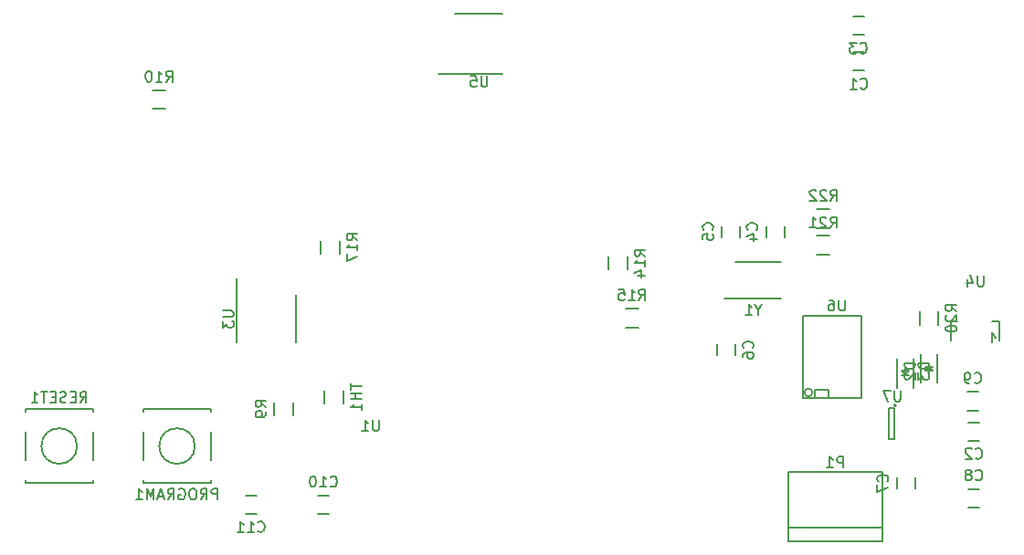
<source format=gbr>
G04 #@! TF.FileFunction,Legend,Bot*
%FSLAX46Y46*%
G04 Gerber Fmt 4.6, Leading zero omitted, Abs format (unit mm)*
G04 Created by KiCad (PCBNEW 4.0.2+e4-6225~38~ubuntu15.10.1-stable) date Tue 11 Oct 2016 16:58:14 SAST*
%MOMM*%
G01*
G04 APERTURE LIST*
%ADD10C,0.100000*%
%ADD11C,0.150000*%
G04 APERTURE END LIST*
D10*
D11*
X139800000Y-115900000D02*
X139800000Y-118600000D01*
X138300000Y-115900000D02*
X138300000Y-118600000D01*
X139200000Y-117400000D02*
X138950000Y-117400000D01*
X138950000Y-117400000D02*
X139100000Y-117250000D01*
X138700000Y-117150000D02*
X139400000Y-117150000D01*
X139050000Y-117500000D02*
X139050000Y-117850000D01*
X139050000Y-117150000D02*
X138700000Y-117500000D01*
X138700000Y-117500000D02*
X139400000Y-117500000D01*
X139400000Y-117500000D02*
X139050000Y-117150000D01*
X133037200Y-89648400D02*
X132037200Y-89648400D01*
X132037200Y-87948400D02*
X133037200Y-87948400D01*
X143700000Y-123950000D02*
X142700000Y-123950000D01*
X142700000Y-122250000D02*
X143700000Y-122250000D01*
X132986400Y-86346400D02*
X131986400Y-86346400D01*
X131986400Y-84646400D02*
X132986400Y-84646400D01*
X134700900Y-133267460D02*
X126000900Y-133267460D01*
X134700900Y-126862460D02*
X126000900Y-126862460D01*
X126000900Y-126862460D02*
X126000900Y-133267460D01*
X126000900Y-132037460D02*
X134700900Y-132037460D01*
X134700900Y-133267460D02*
X134700900Y-126862460D01*
X80123000Y-121605600D02*
X80123000Y-120405600D01*
X78373000Y-120405600D02*
X78373000Y-121605600D01*
X67091000Y-93204000D02*
X68291000Y-93204000D01*
X68291000Y-91454000D02*
X67091000Y-91454000D01*
X109310200Y-106892800D02*
X109310200Y-108092800D01*
X111060200Y-108092800D02*
X111060200Y-106892800D01*
X110906000Y-113447800D02*
X112106000Y-113447800D01*
X112106000Y-111697800D02*
X110906000Y-111697800D01*
X82640200Y-105419600D02*
X82640200Y-106619600D01*
X84390200Y-106619600D02*
X84390200Y-105419600D01*
X82995800Y-119338800D02*
X82995800Y-120538800D01*
X84745800Y-120538800D02*
X84745800Y-119338800D01*
X145199920Y-114400660D02*
X144951000Y-114100940D01*
X144951000Y-114100940D02*
X144849400Y-113951080D01*
X144849400Y-113951080D02*
X144849400Y-114799440D01*
X145550440Y-112899520D02*
X145550440Y-114700380D01*
X145550440Y-112899520D02*
X144900200Y-112899520D01*
X141049560Y-112899520D02*
X141049560Y-114700380D01*
X141049560Y-112899520D02*
X141699800Y-112899520D01*
X80398200Y-110474400D02*
X80398200Y-114874400D01*
X74873200Y-108899400D02*
X74873200Y-114874400D01*
X95132800Y-84397000D02*
X99532800Y-84397000D01*
X93557800Y-89922000D02*
X99532800Y-89922000D01*
X66192000Y-127660000D02*
X66192000Y-127910000D01*
X66192000Y-127910000D02*
X72492000Y-127910000D01*
X72492000Y-127910000D02*
X72492000Y-127660000D01*
X66192000Y-123160000D02*
X66192000Y-125760000D01*
X72492000Y-121260000D02*
X72492000Y-121010000D01*
X72492000Y-121010000D02*
X66192000Y-121010000D01*
X66192000Y-121010000D02*
X66192000Y-121260000D01*
X72492000Y-125760000D02*
X72492000Y-123160000D01*
X70992000Y-124460000D02*
G75*
G03X70992000Y-124460000I-1650000J0D01*
G01*
X61570000Y-121260000D02*
X61570000Y-121010000D01*
X61570000Y-121010000D02*
X55270000Y-121010000D01*
X55270000Y-121010000D02*
X55270000Y-121260000D01*
X61570000Y-125760000D02*
X61570000Y-123160000D01*
X55270000Y-127660000D02*
X55270000Y-127910000D01*
X55270000Y-127910000D02*
X61570000Y-127910000D01*
X61570000Y-127910000D02*
X61570000Y-127660000D01*
X55270000Y-123160000D02*
X55270000Y-125760000D01*
X60070000Y-124460000D02*
G75*
G03X60070000Y-124460000I-1650000J0D01*
G01*
X119850800Y-105071800D02*
X119850800Y-104071800D01*
X121550800Y-104071800D02*
X121550800Y-105071800D01*
X121068200Y-115044600D02*
X121068200Y-116044600D01*
X119368200Y-116044600D02*
X119368200Y-115044600D01*
X136050000Y-128400000D02*
X136050000Y-127400000D01*
X137750000Y-127400000D02*
X137750000Y-128400000D01*
X132816600Y-112395000D02*
X132816600Y-120015000D01*
X127355600Y-120015000D02*
X127355600Y-112395000D01*
X132816600Y-112395000D02*
X127355600Y-112395000D01*
X127355600Y-120015000D02*
X132816600Y-120015000D01*
X128222810Y-119507000D02*
G75*
G03X128222810Y-119507000I-359210J0D01*
G01*
X129768600Y-120015000D02*
X129768600Y-119253000D01*
X129768600Y-119253000D02*
X128498600Y-119253000D01*
X128498600Y-119253000D02*
X128498600Y-120015000D01*
X125358200Y-107367600D02*
X121058200Y-107367600D01*
X120108200Y-110767600D02*
X125358200Y-110767600D01*
X123940200Y-105071800D02*
X123940200Y-104071800D01*
X125640200Y-104071800D02*
X125640200Y-105071800D01*
X142700000Y-128450000D02*
X143700000Y-128450000D01*
X143700000Y-130150000D02*
X142700000Y-130150000D01*
X142600000Y-119450000D02*
X143600000Y-119450000D01*
X143600000Y-121150000D02*
X142600000Y-121150000D01*
X138175000Y-112000000D02*
X138175000Y-113200000D01*
X139925000Y-113200000D02*
X139925000Y-112000000D01*
X128650000Y-106725000D02*
X129850000Y-106725000D01*
X129850000Y-104975000D02*
X128650000Y-104975000D01*
X136000000Y-120700000D02*
G75*
G03X136000000Y-120700000I-100000J0D01*
G01*
X135350000Y-120950000D02*
X135850000Y-120950000D01*
X135350000Y-123850000D02*
X135350000Y-120950000D01*
X135850000Y-123850000D02*
X135350000Y-123850000D01*
X135850000Y-120950000D02*
X135850000Y-123850000D01*
X82400000Y-129050000D02*
X83400000Y-129050000D01*
X83400000Y-130750000D02*
X82400000Y-130750000D01*
X76700000Y-130750000D02*
X75700000Y-130750000D01*
X75700000Y-129050000D02*
X76700000Y-129050000D01*
X136100000Y-119100000D02*
X136100000Y-116400000D01*
X137600000Y-119100000D02*
X137600000Y-116400000D01*
X136700000Y-117600000D02*
X136950000Y-117600000D01*
X136950000Y-117600000D02*
X136800000Y-117750000D01*
X137200000Y-117850000D02*
X136500000Y-117850000D01*
X136850000Y-117500000D02*
X136850000Y-117150000D01*
X136850000Y-117850000D02*
X137200000Y-117500000D01*
X137200000Y-117500000D02*
X136500000Y-117500000D01*
X136500000Y-117500000D02*
X136850000Y-117850000D01*
X128650000Y-104225000D02*
X129850000Y-104225000D01*
X129850000Y-102475000D02*
X128650000Y-102475000D01*
X137752381Y-116761905D02*
X136752381Y-116761905D01*
X136752381Y-117000000D01*
X136800000Y-117142858D01*
X136895238Y-117238096D01*
X136990476Y-117285715D01*
X137180952Y-117333334D01*
X137323810Y-117333334D01*
X137514286Y-117285715D01*
X137609524Y-117238096D01*
X137704762Y-117142858D01*
X137752381Y-117000000D01*
X137752381Y-116761905D01*
X136847619Y-117714286D02*
X136800000Y-117761905D01*
X136752381Y-117857143D01*
X136752381Y-118095239D01*
X136800000Y-118190477D01*
X136847619Y-118238096D01*
X136942857Y-118285715D01*
X137038095Y-118285715D01*
X137180952Y-118238096D01*
X137752381Y-117666667D01*
X137752381Y-118285715D01*
X132703866Y-91255543D02*
X132751485Y-91303162D01*
X132894342Y-91350781D01*
X132989580Y-91350781D01*
X133132438Y-91303162D01*
X133227676Y-91207924D01*
X133275295Y-91112686D01*
X133322914Y-90922210D01*
X133322914Y-90779352D01*
X133275295Y-90588876D01*
X133227676Y-90493638D01*
X133132438Y-90398400D01*
X132989580Y-90350781D01*
X132894342Y-90350781D01*
X132751485Y-90398400D01*
X132703866Y-90446019D01*
X131751485Y-91350781D02*
X132322914Y-91350781D01*
X132037200Y-91350781D02*
X132037200Y-90350781D01*
X132132438Y-90493638D01*
X132227676Y-90588876D01*
X132322914Y-90636495D01*
X143366666Y-125557143D02*
X143414285Y-125604762D01*
X143557142Y-125652381D01*
X143652380Y-125652381D01*
X143795238Y-125604762D01*
X143890476Y-125509524D01*
X143938095Y-125414286D01*
X143985714Y-125223810D01*
X143985714Y-125080952D01*
X143938095Y-124890476D01*
X143890476Y-124795238D01*
X143795238Y-124700000D01*
X143652380Y-124652381D01*
X143557142Y-124652381D01*
X143414285Y-124700000D01*
X143366666Y-124747619D01*
X142985714Y-124747619D02*
X142938095Y-124700000D01*
X142842857Y-124652381D01*
X142604761Y-124652381D01*
X142509523Y-124700000D01*
X142461904Y-124747619D01*
X142414285Y-124842857D01*
X142414285Y-124938095D01*
X142461904Y-125080952D01*
X143033333Y-125652381D01*
X142414285Y-125652381D01*
X132653066Y-87953543D02*
X132700685Y-88001162D01*
X132843542Y-88048781D01*
X132938780Y-88048781D01*
X133081638Y-88001162D01*
X133176876Y-87905924D01*
X133224495Y-87810686D01*
X133272114Y-87620210D01*
X133272114Y-87477352D01*
X133224495Y-87286876D01*
X133176876Y-87191638D01*
X133081638Y-87096400D01*
X132938780Y-87048781D01*
X132843542Y-87048781D01*
X132700685Y-87096400D01*
X132653066Y-87144019D01*
X132319733Y-87048781D02*
X131700685Y-87048781D01*
X132034019Y-87429733D01*
X131891161Y-87429733D01*
X131795923Y-87477352D01*
X131748304Y-87524971D01*
X131700685Y-87620210D01*
X131700685Y-87858305D01*
X131748304Y-87953543D01*
X131795923Y-88001162D01*
X131891161Y-88048781D01*
X132176876Y-88048781D01*
X132272114Y-88001162D01*
X132319733Y-87953543D01*
X131088095Y-126452381D02*
X131088095Y-125452381D01*
X130707142Y-125452381D01*
X130611904Y-125500000D01*
X130564285Y-125547619D01*
X130516666Y-125642857D01*
X130516666Y-125785714D01*
X130564285Y-125880952D01*
X130611904Y-125928571D01*
X130707142Y-125976190D01*
X131088095Y-125976190D01*
X129564285Y-126452381D02*
X130135714Y-126452381D01*
X129850000Y-126452381D02*
X129850000Y-125452381D01*
X129945238Y-125595238D01*
X130040476Y-125690476D01*
X130135714Y-125738095D01*
X77600381Y-120838934D02*
X77124190Y-120505600D01*
X77600381Y-120267505D02*
X76600381Y-120267505D01*
X76600381Y-120648458D01*
X76648000Y-120743696D01*
X76695619Y-120791315D01*
X76790857Y-120838934D01*
X76933714Y-120838934D01*
X77028952Y-120791315D01*
X77076571Y-120743696D01*
X77124190Y-120648458D01*
X77124190Y-120267505D01*
X77600381Y-121315124D02*
X77600381Y-121505600D01*
X77552762Y-121600839D01*
X77505143Y-121648458D01*
X77362286Y-121743696D01*
X77171810Y-121791315D01*
X76790857Y-121791315D01*
X76695619Y-121743696D01*
X76648000Y-121696077D01*
X76600381Y-121600839D01*
X76600381Y-121410362D01*
X76648000Y-121315124D01*
X76695619Y-121267505D01*
X76790857Y-121219886D01*
X77028952Y-121219886D01*
X77124190Y-121267505D01*
X77171810Y-121315124D01*
X77219429Y-121410362D01*
X77219429Y-121600839D01*
X77171810Y-121696077D01*
X77124190Y-121743696D01*
X77028952Y-121791315D01*
X68333857Y-90681381D02*
X68667191Y-90205190D01*
X68905286Y-90681381D02*
X68905286Y-89681381D01*
X68524333Y-89681381D01*
X68429095Y-89729000D01*
X68381476Y-89776619D01*
X68333857Y-89871857D01*
X68333857Y-90014714D01*
X68381476Y-90109952D01*
X68429095Y-90157571D01*
X68524333Y-90205190D01*
X68905286Y-90205190D01*
X67381476Y-90681381D02*
X67952905Y-90681381D01*
X67667191Y-90681381D02*
X67667191Y-89681381D01*
X67762429Y-89824238D01*
X67857667Y-89919476D01*
X67952905Y-89967095D01*
X66762429Y-89681381D02*
X66667190Y-89681381D01*
X66571952Y-89729000D01*
X66524333Y-89776619D01*
X66476714Y-89871857D01*
X66429095Y-90062333D01*
X66429095Y-90300429D01*
X66476714Y-90490905D01*
X66524333Y-90586143D01*
X66571952Y-90633762D01*
X66667190Y-90681381D01*
X66762429Y-90681381D01*
X66857667Y-90633762D01*
X66905286Y-90586143D01*
X66952905Y-90490905D01*
X67000524Y-90300429D01*
X67000524Y-90062333D01*
X66952905Y-89871857D01*
X66905286Y-89776619D01*
X66857667Y-89729000D01*
X66762429Y-89681381D01*
X112737581Y-106849943D02*
X112261390Y-106516609D01*
X112737581Y-106278514D02*
X111737581Y-106278514D01*
X111737581Y-106659467D01*
X111785200Y-106754705D01*
X111832819Y-106802324D01*
X111928057Y-106849943D01*
X112070914Y-106849943D01*
X112166152Y-106802324D01*
X112213771Y-106754705D01*
X112261390Y-106659467D01*
X112261390Y-106278514D01*
X112737581Y-107802324D02*
X112737581Y-107230895D01*
X112737581Y-107516609D02*
X111737581Y-107516609D01*
X111880438Y-107421371D01*
X111975676Y-107326133D01*
X112023295Y-107230895D01*
X112070914Y-108659467D02*
X112737581Y-108659467D01*
X111689962Y-108421371D02*
X112404248Y-108183276D01*
X112404248Y-108802324D01*
X112148857Y-110925181D02*
X112482191Y-110448990D01*
X112720286Y-110925181D02*
X112720286Y-109925181D01*
X112339333Y-109925181D01*
X112244095Y-109972800D01*
X112196476Y-110020419D01*
X112148857Y-110115657D01*
X112148857Y-110258514D01*
X112196476Y-110353752D01*
X112244095Y-110401371D01*
X112339333Y-110448990D01*
X112720286Y-110448990D01*
X111196476Y-110925181D02*
X111767905Y-110925181D01*
X111482191Y-110925181D02*
X111482191Y-109925181D01*
X111577429Y-110068038D01*
X111672667Y-110163276D01*
X111767905Y-110210895D01*
X110291714Y-109925181D02*
X110767905Y-109925181D01*
X110815524Y-110401371D01*
X110767905Y-110353752D01*
X110672667Y-110306133D01*
X110434571Y-110306133D01*
X110339333Y-110353752D01*
X110291714Y-110401371D01*
X110244095Y-110496610D01*
X110244095Y-110734705D01*
X110291714Y-110829943D01*
X110339333Y-110877562D01*
X110434571Y-110925181D01*
X110672667Y-110925181D01*
X110767905Y-110877562D01*
X110815524Y-110829943D01*
X86067581Y-105376743D02*
X85591390Y-105043409D01*
X86067581Y-104805314D02*
X85067581Y-104805314D01*
X85067581Y-105186267D01*
X85115200Y-105281505D01*
X85162819Y-105329124D01*
X85258057Y-105376743D01*
X85400914Y-105376743D01*
X85496152Y-105329124D01*
X85543771Y-105281505D01*
X85591390Y-105186267D01*
X85591390Y-104805314D01*
X86067581Y-106329124D02*
X86067581Y-105757695D01*
X86067581Y-106043409D02*
X85067581Y-106043409D01*
X85210438Y-105948171D01*
X85305676Y-105852933D01*
X85353295Y-105757695D01*
X85067581Y-106662457D02*
X85067581Y-107329124D01*
X86067581Y-106900552D01*
X85423181Y-118653086D02*
X85423181Y-119224515D01*
X86423181Y-118938800D02*
X85423181Y-118938800D01*
X86423181Y-119557848D02*
X85423181Y-119557848D01*
X85899371Y-119557848D02*
X85899371Y-120129277D01*
X86423181Y-120129277D02*
X85423181Y-120129277D01*
X86423181Y-121129277D02*
X86423181Y-120557848D01*
X86423181Y-120843562D02*
X85423181Y-120843562D01*
X85566038Y-120748324D01*
X85661276Y-120653086D01*
X85708895Y-120557848D01*
X88068305Y-122051581D02*
X88068305Y-122861105D01*
X88020686Y-122956343D01*
X87973067Y-123003962D01*
X87877829Y-123051581D01*
X87687352Y-123051581D01*
X87592114Y-123003962D01*
X87544495Y-122956343D01*
X87496876Y-122861105D01*
X87496876Y-122051581D01*
X86496876Y-123051581D02*
X87068305Y-123051581D01*
X86782591Y-123051581D02*
X86782591Y-122051581D01*
X86877829Y-122194438D01*
X86973067Y-122289676D01*
X87068305Y-122337295D01*
X144112705Y-108651121D02*
X144112705Y-109460645D01*
X144065086Y-109555883D01*
X144017467Y-109603502D01*
X143922229Y-109651121D01*
X143731752Y-109651121D01*
X143636514Y-109603502D01*
X143588895Y-109555883D01*
X143541276Y-109460645D01*
X143541276Y-108651121D01*
X142636514Y-108984454D02*
X142636514Y-109651121D01*
X142874610Y-108603502D02*
X143112705Y-109317788D01*
X142493657Y-109317788D01*
X73575581Y-111912495D02*
X74385105Y-111912495D01*
X74480343Y-111960114D01*
X74527962Y-112007733D01*
X74575581Y-112102971D01*
X74575581Y-112293448D01*
X74527962Y-112388686D01*
X74480343Y-112436305D01*
X74385105Y-112483924D01*
X73575581Y-112483924D01*
X73575581Y-112864876D02*
X73575581Y-113483924D01*
X73956533Y-113150590D01*
X73956533Y-113293448D01*
X74004152Y-113388686D01*
X74051771Y-113436305D01*
X74147010Y-113483924D01*
X74385105Y-113483924D01*
X74480343Y-113436305D01*
X74527962Y-113388686D01*
X74575581Y-113293448D01*
X74575581Y-113007733D01*
X74527962Y-112912495D01*
X74480343Y-112864876D01*
X98094705Y-90124381D02*
X98094705Y-90933905D01*
X98047086Y-91029143D01*
X97999467Y-91076762D01*
X97904229Y-91124381D01*
X97713752Y-91124381D01*
X97618514Y-91076762D01*
X97570895Y-91029143D01*
X97523276Y-90933905D01*
X97523276Y-90124381D01*
X96570895Y-90124381D02*
X97047086Y-90124381D01*
X97094705Y-90600571D01*
X97047086Y-90552952D01*
X96951848Y-90505333D01*
X96713752Y-90505333D01*
X96618514Y-90552952D01*
X96570895Y-90600571D01*
X96523276Y-90695810D01*
X96523276Y-90933905D01*
X96570895Y-91029143D01*
X96618514Y-91076762D01*
X96713752Y-91124381D01*
X96951848Y-91124381D01*
X97047086Y-91076762D01*
X97094705Y-91029143D01*
X73103905Y-129412381D02*
X73103905Y-128412381D01*
X72722952Y-128412381D01*
X72627714Y-128460000D01*
X72580095Y-128507619D01*
X72532476Y-128602857D01*
X72532476Y-128745714D01*
X72580095Y-128840952D01*
X72627714Y-128888571D01*
X72722952Y-128936190D01*
X73103905Y-128936190D01*
X71532476Y-129412381D02*
X71865810Y-128936190D01*
X72103905Y-129412381D02*
X72103905Y-128412381D01*
X71722952Y-128412381D01*
X71627714Y-128460000D01*
X71580095Y-128507619D01*
X71532476Y-128602857D01*
X71532476Y-128745714D01*
X71580095Y-128840952D01*
X71627714Y-128888571D01*
X71722952Y-128936190D01*
X72103905Y-128936190D01*
X70913429Y-128412381D02*
X70722952Y-128412381D01*
X70627714Y-128460000D01*
X70532476Y-128555238D01*
X70484857Y-128745714D01*
X70484857Y-129079048D01*
X70532476Y-129269524D01*
X70627714Y-129364762D01*
X70722952Y-129412381D01*
X70913429Y-129412381D01*
X71008667Y-129364762D01*
X71103905Y-129269524D01*
X71151524Y-129079048D01*
X71151524Y-128745714D01*
X71103905Y-128555238D01*
X71008667Y-128460000D01*
X70913429Y-128412381D01*
X69532476Y-128460000D02*
X69627714Y-128412381D01*
X69770571Y-128412381D01*
X69913429Y-128460000D01*
X70008667Y-128555238D01*
X70056286Y-128650476D01*
X70103905Y-128840952D01*
X70103905Y-128983810D01*
X70056286Y-129174286D01*
X70008667Y-129269524D01*
X69913429Y-129364762D01*
X69770571Y-129412381D01*
X69675333Y-129412381D01*
X69532476Y-129364762D01*
X69484857Y-129317143D01*
X69484857Y-128983810D01*
X69675333Y-128983810D01*
X68484857Y-129412381D02*
X68818191Y-128936190D01*
X69056286Y-129412381D02*
X69056286Y-128412381D01*
X68675333Y-128412381D01*
X68580095Y-128460000D01*
X68532476Y-128507619D01*
X68484857Y-128602857D01*
X68484857Y-128745714D01*
X68532476Y-128840952D01*
X68580095Y-128888571D01*
X68675333Y-128936190D01*
X69056286Y-128936190D01*
X68103905Y-129126667D02*
X67627714Y-129126667D01*
X68199143Y-129412381D02*
X67865810Y-128412381D01*
X67532476Y-129412381D01*
X67199143Y-129412381D02*
X67199143Y-128412381D01*
X66865809Y-129126667D01*
X66532476Y-128412381D01*
X66532476Y-129412381D01*
X65532476Y-129412381D02*
X66103905Y-129412381D01*
X65818191Y-129412381D02*
X65818191Y-128412381D01*
X65913429Y-128555238D01*
X66008667Y-128650476D01*
X66103905Y-128698095D01*
X60348571Y-120412381D02*
X60681905Y-119936190D01*
X60920000Y-120412381D02*
X60920000Y-119412381D01*
X60539047Y-119412381D01*
X60443809Y-119460000D01*
X60396190Y-119507619D01*
X60348571Y-119602857D01*
X60348571Y-119745714D01*
X60396190Y-119840952D01*
X60443809Y-119888571D01*
X60539047Y-119936190D01*
X60920000Y-119936190D01*
X59920000Y-119888571D02*
X59586666Y-119888571D01*
X59443809Y-120412381D02*
X59920000Y-120412381D01*
X59920000Y-119412381D01*
X59443809Y-119412381D01*
X59062857Y-120364762D02*
X58920000Y-120412381D01*
X58681904Y-120412381D01*
X58586666Y-120364762D01*
X58539047Y-120317143D01*
X58491428Y-120221905D01*
X58491428Y-120126667D01*
X58539047Y-120031429D01*
X58586666Y-119983810D01*
X58681904Y-119936190D01*
X58872381Y-119888571D01*
X58967619Y-119840952D01*
X59015238Y-119793333D01*
X59062857Y-119698095D01*
X59062857Y-119602857D01*
X59015238Y-119507619D01*
X58967619Y-119460000D01*
X58872381Y-119412381D01*
X58634285Y-119412381D01*
X58491428Y-119460000D01*
X58062857Y-119888571D02*
X57729523Y-119888571D01*
X57586666Y-120412381D02*
X58062857Y-120412381D01*
X58062857Y-119412381D01*
X57586666Y-119412381D01*
X57300952Y-119412381D02*
X56729523Y-119412381D01*
X57015238Y-120412381D02*
X57015238Y-119412381D01*
X55872380Y-120412381D02*
X56443809Y-120412381D01*
X56158095Y-120412381D02*
X56158095Y-119412381D01*
X56253333Y-119555238D01*
X56348571Y-119650476D01*
X56443809Y-119698095D01*
X118957943Y-104405134D02*
X119005562Y-104357515D01*
X119053181Y-104214658D01*
X119053181Y-104119420D01*
X119005562Y-103976562D01*
X118910324Y-103881324D01*
X118815086Y-103833705D01*
X118624610Y-103786086D01*
X118481752Y-103786086D01*
X118291276Y-103833705D01*
X118196038Y-103881324D01*
X118100800Y-103976562D01*
X118053181Y-104119420D01*
X118053181Y-104214658D01*
X118100800Y-104357515D01*
X118148419Y-104405134D01*
X118053181Y-105309896D02*
X118053181Y-104833705D01*
X118529371Y-104786086D01*
X118481752Y-104833705D01*
X118434133Y-104928943D01*
X118434133Y-105167039D01*
X118481752Y-105262277D01*
X118529371Y-105309896D01*
X118624610Y-105357515D01*
X118862705Y-105357515D01*
X118957943Y-105309896D01*
X119005562Y-105262277D01*
X119053181Y-105167039D01*
X119053181Y-104928943D01*
X119005562Y-104833705D01*
X118957943Y-104786086D01*
X122675343Y-115377934D02*
X122722962Y-115330315D01*
X122770581Y-115187458D01*
X122770581Y-115092220D01*
X122722962Y-114949362D01*
X122627724Y-114854124D01*
X122532486Y-114806505D01*
X122342010Y-114758886D01*
X122199152Y-114758886D01*
X122008676Y-114806505D01*
X121913438Y-114854124D01*
X121818200Y-114949362D01*
X121770581Y-115092220D01*
X121770581Y-115187458D01*
X121818200Y-115330315D01*
X121865819Y-115377934D01*
X121770581Y-116235077D02*
X121770581Y-116044600D01*
X121818200Y-115949362D01*
X121865819Y-115901743D01*
X122008676Y-115806505D01*
X122199152Y-115758886D01*
X122580105Y-115758886D01*
X122675343Y-115806505D01*
X122722962Y-115854124D01*
X122770581Y-115949362D01*
X122770581Y-116139839D01*
X122722962Y-116235077D01*
X122675343Y-116282696D01*
X122580105Y-116330315D01*
X122342010Y-116330315D01*
X122246771Y-116282696D01*
X122199152Y-116235077D01*
X122151533Y-116139839D01*
X122151533Y-115949362D01*
X122199152Y-115854124D01*
X122246771Y-115806505D01*
X122342010Y-115758886D01*
X135157143Y-127733334D02*
X135204762Y-127685715D01*
X135252381Y-127542858D01*
X135252381Y-127447620D01*
X135204762Y-127304762D01*
X135109524Y-127209524D01*
X135014286Y-127161905D01*
X134823810Y-127114286D01*
X134680952Y-127114286D01*
X134490476Y-127161905D01*
X134395238Y-127209524D01*
X134300000Y-127304762D01*
X134252381Y-127447620D01*
X134252381Y-127542858D01*
X134300000Y-127685715D01*
X134347619Y-127733334D01*
X134252381Y-128066667D02*
X134252381Y-128733334D01*
X135252381Y-128304762D01*
X131267105Y-110907581D02*
X131267105Y-111717105D01*
X131219486Y-111812343D01*
X131171867Y-111859962D01*
X131076629Y-111907581D01*
X130886152Y-111907581D01*
X130790914Y-111859962D01*
X130743295Y-111812343D01*
X130695676Y-111717105D01*
X130695676Y-110907581D01*
X129790914Y-110907581D02*
X129981391Y-110907581D01*
X130076629Y-110955200D01*
X130124248Y-111002819D01*
X130219486Y-111145676D01*
X130267105Y-111336152D01*
X130267105Y-111717105D01*
X130219486Y-111812343D01*
X130171867Y-111859962D01*
X130076629Y-111907581D01*
X129886152Y-111907581D01*
X129790914Y-111859962D01*
X129743295Y-111812343D01*
X129695676Y-111717105D01*
X129695676Y-111479010D01*
X129743295Y-111383771D01*
X129790914Y-111336152D01*
X129886152Y-111288533D01*
X130076629Y-111288533D01*
X130171867Y-111336152D01*
X130219486Y-111383771D01*
X130267105Y-111479010D01*
X123234391Y-111843790D02*
X123234391Y-112319981D01*
X123567724Y-111319981D02*
X123234391Y-111843790D01*
X122901057Y-111319981D01*
X122043914Y-112319981D02*
X122615343Y-112319981D01*
X122329629Y-112319981D02*
X122329629Y-111319981D01*
X122424867Y-111462838D01*
X122520105Y-111558076D01*
X122615343Y-111605695D01*
X123047343Y-104405134D02*
X123094962Y-104357515D01*
X123142581Y-104214658D01*
X123142581Y-104119420D01*
X123094962Y-103976562D01*
X122999724Y-103881324D01*
X122904486Y-103833705D01*
X122714010Y-103786086D01*
X122571152Y-103786086D01*
X122380676Y-103833705D01*
X122285438Y-103881324D01*
X122190200Y-103976562D01*
X122142581Y-104119420D01*
X122142581Y-104214658D01*
X122190200Y-104357515D01*
X122237819Y-104405134D01*
X122475914Y-105262277D02*
X123142581Y-105262277D01*
X122094962Y-105024181D02*
X122809248Y-104786086D01*
X122809248Y-105405134D01*
X143366666Y-127557143D02*
X143414285Y-127604762D01*
X143557142Y-127652381D01*
X143652380Y-127652381D01*
X143795238Y-127604762D01*
X143890476Y-127509524D01*
X143938095Y-127414286D01*
X143985714Y-127223810D01*
X143985714Y-127080952D01*
X143938095Y-126890476D01*
X143890476Y-126795238D01*
X143795238Y-126700000D01*
X143652380Y-126652381D01*
X143557142Y-126652381D01*
X143414285Y-126700000D01*
X143366666Y-126747619D01*
X142795238Y-127080952D02*
X142890476Y-127033333D01*
X142938095Y-126985714D01*
X142985714Y-126890476D01*
X142985714Y-126842857D01*
X142938095Y-126747619D01*
X142890476Y-126700000D01*
X142795238Y-126652381D01*
X142604761Y-126652381D01*
X142509523Y-126700000D01*
X142461904Y-126747619D01*
X142414285Y-126842857D01*
X142414285Y-126890476D01*
X142461904Y-126985714D01*
X142509523Y-127033333D01*
X142604761Y-127080952D01*
X142795238Y-127080952D01*
X142890476Y-127128571D01*
X142938095Y-127176190D01*
X142985714Y-127271429D01*
X142985714Y-127461905D01*
X142938095Y-127557143D01*
X142890476Y-127604762D01*
X142795238Y-127652381D01*
X142604761Y-127652381D01*
X142509523Y-127604762D01*
X142461904Y-127557143D01*
X142414285Y-127461905D01*
X142414285Y-127271429D01*
X142461904Y-127176190D01*
X142509523Y-127128571D01*
X142604761Y-127080952D01*
X143266666Y-118557143D02*
X143314285Y-118604762D01*
X143457142Y-118652381D01*
X143552380Y-118652381D01*
X143695238Y-118604762D01*
X143790476Y-118509524D01*
X143838095Y-118414286D01*
X143885714Y-118223810D01*
X143885714Y-118080952D01*
X143838095Y-117890476D01*
X143790476Y-117795238D01*
X143695238Y-117700000D01*
X143552380Y-117652381D01*
X143457142Y-117652381D01*
X143314285Y-117700000D01*
X143266666Y-117747619D01*
X142790476Y-118652381D02*
X142600000Y-118652381D01*
X142504761Y-118604762D01*
X142457142Y-118557143D01*
X142361904Y-118414286D01*
X142314285Y-118223810D01*
X142314285Y-117842857D01*
X142361904Y-117747619D01*
X142409523Y-117700000D01*
X142504761Y-117652381D01*
X142695238Y-117652381D01*
X142790476Y-117700000D01*
X142838095Y-117747619D01*
X142885714Y-117842857D01*
X142885714Y-118080952D01*
X142838095Y-118176190D01*
X142790476Y-118223810D01*
X142695238Y-118271429D01*
X142504761Y-118271429D01*
X142409523Y-118223810D01*
X142361904Y-118176190D01*
X142314285Y-118080952D01*
X141602381Y-111957143D02*
X141126190Y-111623809D01*
X141602381Y-111385714D02*
X140602381Y-111385714D01*
X140602381Y-111766667D01*
X140650000Y-111861905D01*
X140697619Y-111909524D01*
X140792857Y-111957143D01*
X140935714Y-111957143D01*
X141030952Y-111909524D01*
X141078571Y-111861905D01*
X141126190Y-111766667D01*
X141126190Y-111385714D01*
X140697619Y-112338095D02*
X140650000Y-112385714D01*
X140602381Y-112480952D01*
X140602381Y-112719048D01*
X140650000Y-112814286D01*
X140697619Y-112861905D01*
X140792857Y-112909524D01*
X140888095Y-112909524D01*
X141030952Y-112861905D01*
X141602381Y-112290476D01*
X141602381Y-112909524D01*
X140602381Y-113528571D02*
X140602381Y-113623810D01*
X140650000Y-113719048D01*
X140697619Y-113766667D01*
X140792857Y-113814286D01*
X140983333Y-113861905D01*
X141221429Y-113861905D01*
X141411905Y-113814286D01*
X141507143Y-113766667D01*
X141554762Y-113719048D01*
X141602381Y-113623810D01*
X141602381Y-113528571D01*
X141554762Y-113433333D01*
X141507143Y-113385714D01*
X141411905Y-113338095D01*
X141221429Y-113290476D01*
X140983333Y-113290476D01*
X140792857Y-113338095D01*
X140697619Y-113385714D01*
X140650000Y-113433333D01*
X140602381Y-113528571D01*
X129892857Y-104202381D02*
X130226191Y-103726190D01*
X130464286Y-104202381D02*
X130464286Y-103202381D01*
X130083333Y-103202381D01*
X129988095Y-103250000D01*
X129940476Y-103297619D01*
X129892857Y-103392857D01*
X129892857Y-103535714D01*
X129940476Y-103630952D01*
X129988095Y-103678571D01*
X130083333Y-103726190D01*
X130464286Y-103726190D01*
X129511905Y-103297619D02*
X129464286Y-103250000D01*
X129369048Y-103202381D01*
X129130952Y-103202381D01*
X129035714Y-103250000D01*
X128988095Y-103297619D01*
X128940476Y-103392857D01*
X128940476Y-103488095D01*
X128988095Y-103630952D01*
X129559524Y-104202381D01*
X128940476Y-104202381D01*
X127988095Y-104202381D02*
X128559524Y-104202381D01*
X128273810Y-104202381D02*
X128273810Y-103202381D01*
X128369048Y-103345238D01*
X128464286Y-103440476D01*
X128559524Y-103488095D01*
X136411905Y-119302381D02*
X136411905Y-120111905D01*
X136364286Y-120207143D01*
X136316667Y-120254762D01*
X136221429Y-120302381D01*
X136030952Y-120302381D01*
X135935714Y-120254762D01*
X135888095Y-120207143D01*
X135840476Y-120111905D01*
X135840476Y-119302381D01*
X135459524Y-119302381D02*
X134792857Y-119302381D01*
X135221429Y-120302381D01*
X83542857Y-128157143D02*
X83590476Y-128204762D01*
X83733333Y-128252381D01*
X83828571Y-128252381D01*
X83971429Y-128204762D01*
X84066667Y-128109524D01*
X84114286Y-128014286D01*
X84161905Y-127823810D01*
X84161905Y-127680952D01*
X84114286Y-127490476D01*
X84066667Y-127395238D01*
X83971429Y-127300000D01*
X83828571Y-127252381D01*
X83733333Y-127252381D01*
X83590476Y-127300000D01*
X83542857Y-127347619D01*
X82590476Y-128252381D02*
X83161905Y-128252381D01*
X82876191Y-128252381D02*
X82876191Y-127252381D01*
X82971429Y-127395238D01*
X83066667Y-127490476D01*
X83161905Y-127538095D01*
X81971429Y-127252381D02*
X81876190Y-127252381D01*
X81780952Y-127300000D01*
X81733333Y-127347619D01*
X81685714Y-127442857D01*
X81638095Y-127633333D01*
X81638095Y-127871429D01*
X81685714Y-128061905D01*
X81733333Y-128157143D01*
X81780952Y-128204762D01*
X81876190Y-128252381D01*
X81971429Y-128252381D01*
X82066667Y-128204762D01*
X82114286Y-128157143D01*
X82161905Y-128061905D01*
X82209524Y-127871429D01*
X82209524Y-127633333D01*
X82161905Y-127442857D01*
X82114286Y-127347619D01*
X82066667Y-127300000D01*
X81971429Y-127252381D01*
X76842857Y-132357143D02*
X76890476Y-132404762D01*
X77033333Y-132452381D01*
X77128571Y-132452381D01*
X77271429Y-132404762D01*
X77366667Y-132309524D01*
X77414286Y-132214286D01*
X77461905Y-132023810D01*
X77461905Y-131880952D01*
X77414286Y-131690476D01*
X77366667Y-131595238D01*
X77271429Y-131500000D01*
X77128571Y-131452381D01*
X77033333Y-131452381D01*
X76890476Y-131500000D01*
X76842857Y-131547619D01*
X75890476Y-132452381D02*
X76461905Y-132452381D01*
X76176191Y-132452381D02*
X76176191Y-131452381D01*
X76271429Y-131595238D01*
X76366667Y-131690476D01*
X76461905Y-131738095D01*
X74938095Y-132452381D02*
X75509524Y-132452381D01*
X75223810Y-132452381D02*
X75223810Y-131452381D01*
X75319048Y-131595238D01*
X75414286Y-131690476D01*
X75509524Y-131738095D01*
X139052381Y-116761905D02*
X138052381Y-116761905D01*
X138052381Y-117000000D01*
X138100000Y-117142858D01*
X138195238Y-117238096D01*
X138290476Y-117285715D01*
X138480952Y-117333334D01*
X138623810Y-117333334D01*
X138814286Y-117285715D01*
X138909524Y-117238096D01*
X139004762Y-117142858D01*
X139052381Y-117000000D01*
X139052381Y-116761905D01*
X138052381Y-117666667D02*
X138052381Y-118285715D01*
X138433333Y-117952381D01*
X138433333Y-118095239D01*
X138480952Y-118190477D01*
X138528571Y-118238096D01*
X138623810Y-118285715D01*
X138861905Y-118285715D01*
X138957143Y-118238096D01*
X139004762Y-118190477D01*
X139052381Y-118095239D01*
X139052381Y-117809524D01*
X139004762Y-117714286D01*
X138957143Y-117666667D01*
X129892857Y-101702381D02*
X130226191Y-101226190D01*
X130464286Y-101702381D02*
X130464286Y-100702381D01*
X130083333Y-100702381D01*
X129988095Y-100750000D01*
X129940476Y-100797619D01*
X129892857Y-100892857D01*
X129892857Y-101035714D01*
X129940476Y-101130952D01*
X129988095Y-101178571D01*
X130083333Y-101226190D01*
X130464286Y-101226190D01*
X129511905Y-100797619D02*
X129464286Y-100750000D01*
X129369048Y-100702381D01*
X129130952Y-100702381D01*
X129035714Y-100750000D01*
X128988095Y-100797619D01*
X128940476Y-100892857D01*
X128940476Y-100988095D01*
X128988095Y-101130952D01*
X129559524Y-101702381D01*
X128940476Y-101702381D01*
X128559524Y-100797619D02*
X128511905Y-100750000D01*
X128416667Y-100702381D01*
X128178571Y-100702381D01*
X128083333Y-100750000D01*
X128035714Y-100797619D01*
X127988095Y-100892857D01*
X127988095Y-100988095D01*
X128035714Y-101130952D01*
X128607143Y-101702381D01*
X127988095Y-101702381D01*
M02*

</source>
